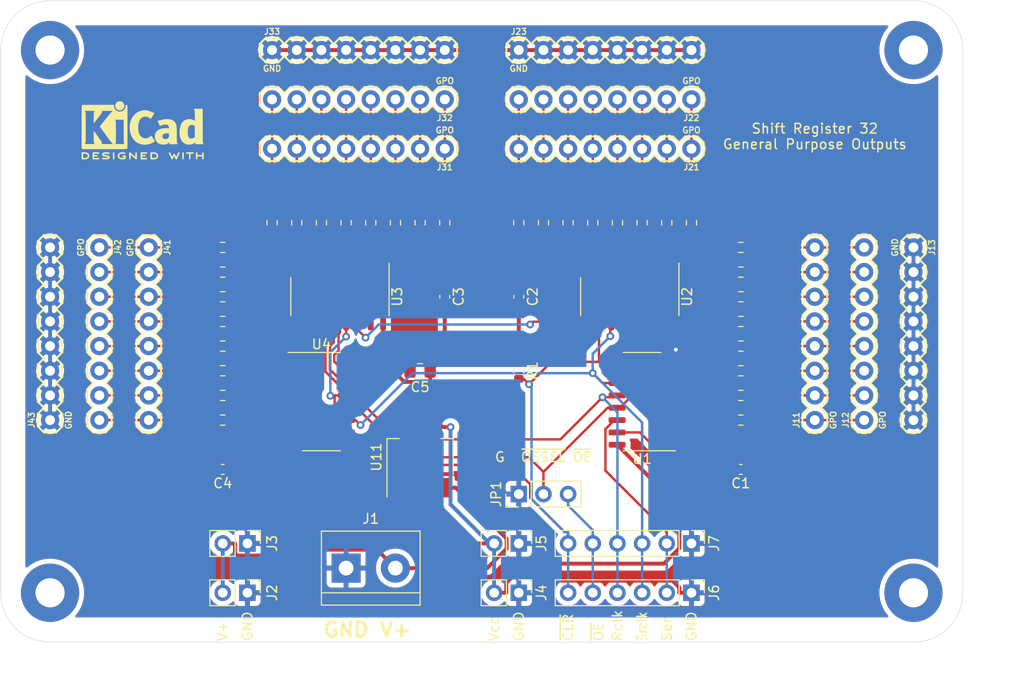
<source format=kicad_pcb>
(kicad_pcb (version 20211014) (generator pcbnew)
  (layers (0 "F.Cu" signal) (31 "B.Cu" signal) (34 "B.Paste" user) (35 "F.Paste" user) (36 "B.SilkS" user "B.Silkscreen") (37 "F.SilkS" user "F.Silkscreen") (38 "B.Mask" user) (39 "F.Mask" user) (44 "Edge.Cuts" user))
  (net 0 "")
  (net 1 "GND")
  (net 2 "Net-(J11-Pad8)")
  (net 3 "Net-(J11-Pad7)")
  (net 4 "Net-(J11-Pad6)")
  (net 5 "Net-(J11-Pad5)")
  (net 6 "Net-(J11-Pad4)")
  (net 7 "Net-(J11-Pad3)")
  (net 8 "Net-(J11-Pad2)")
  (net 9 "Net-(J11-Pad1)")
  (net 10 "Net-(J21-Pad8)")
  (net 11 "Net-(J21-Pad7)")
  (net 12 "Net-(J21-Pad6)")
  (net 13 "Net-(J21-Pad5)")
  (net 14 "Net-(J21-Pad4)")
  (net 15 "Net-(J21-Pad3)")
  (net 16 "Net-(J21-Pad2)")
  (net 17 "Net-(J21-Pad1)")
  (net 18 "Net-(J31-Pad8)")
  (net 19 "Net-(J31-Pad7)")
  (net 20 "Net-(J31-Pad6)")
  (net 21 "Net-(J31-Pad5)")
  (net 22 "Net-(J31-Pad4)")
  (net 23 "Net-(J31-Pad3)")
  (net 24 "Net-(J31-Pad2)")
  (net 25 "Net-(J31-Pad1)")
  (net 26 "Net-(J41-Pad8)")
  (net 27 "Net-(J41-Pad7)")
  (net 28 "Net-(J41-Pad6)")
  (net 29 "Net-(J41-Pad5)")
  (net 30 "Net-(J41-Pad4)")
  (net 31 "Net-(J41-Pad3)")
  (net 32 "Net-(J41-Pad2)")
  (net 33 "Net-(J41-Pad1)")
  (net 34 "Net-(R11-Pad1)")
  (net 35 "Net-(R12-Pad1)")
  (net 36 "Net-(R13-Pad1)")
  (net 37 "Net-(R14-Pad1)")
  (net 38 "Net-(R15-Pad1)")
  (net 39 "Net-(R16-Pad1)")
  (net 40 "Net-(R17-Pad1)")
  (net 41 "Net-(R18-Pad1)")
  (net 42 "Net-(R21-Pad1)")
  (net 43 "Net-(R22-Pad1)")
  (net 44 "Net-(R23-Pad1)")
  (net 45 "Net-(R24-Pad1)")
  (net 46 "Net-(R25-Pad1)")
  (net 47 "Net-(R26-Pad1)")
  (net 48 "Net-(R27-Pad1)")
  (net 49 "Net-(R28-Pad1)")
  (net 50 "Net-(R31-Pad1)")
  (net 51 "Net-(R32-Pad1)")
  (net 52 "Net-(R33-Pad1)")
  (net 53 "Net-(R34-Pad1)")
  (net 54 "Net-(R35-Pad1)")
  (net 55 "Net-(R36-Pad1)")
  (net 56 "Net-(R37-Pad1)")
  (net 57 "Net-(R38-Pad1)")
  (net 58 "Net-(R41-Pad1)")
  (net 59 "Net-(R42-Pad1)")
  (net 60 "Net-(R43-Pad1)")
  (net 61 "Net-(R44-Pad1)")
  (net 62 "Net-(R45-Pad1)")
  (net 63 "Net-(R46-Pad1)")
  (net 64 "Net-(R47-Pad1)")
  (net 65 "Net-(R48-Pad1)")
  (net 66 "Net-(U1-Pad9)")
  (net 67 "Net-(U2-Pad9)")
  (net 68 "Net-(U3-Pad9)")
  (net 69 "/V+")
  (net 70 "Net-(J6-Pad5)")
  (net 71 "/~{SRCLR}")
  (net 72 "/RCLK")
  (net 73 "/SRCLK")
  (net 74 "/SERIN")
  (net 75 "/~{OE}")
  (net 76 "VCC")
  (footprint "Capacitor_SMD:C_0603_1608Metric" (layer "F.Cu") (at 127 71.12 -90)
    (fp_text reference "C2")
    (fp_text value "100n")
  )
  (footprint "Capacitor_SMD:C_0603_1608Metric" (layer "F.Cu") (at 119.38 71.12 -90)
    (fp_text reference "C3")
    (fp_text value "100n")
  )
  (footprint "Capacitor_SMD:C_0603_1608Metric" (layer "F.Cu") (at 96.52 88.9 180)
    (fp_text reference "C4")
    (fp_text value "100n")
  )
  (footprint "MountingHole:MountingHole_3mm_Pad" (layer "F.Cu") (at 78.74 45.72)
    (fp_text reference "H1" hide)
    (fp_text value "~")
  )
  (footprint "MountingHole:MountingHole_3mm_Pad" (layer "F.Cu") (at 167.64 45.72)
    (fp_text reference "H2" hide)
    (fp_text value "~")
  )
  (footprint "Connectors:1X08" (layer "F.Cu") (at 157.48 83.82 90)
    (fp_text reference "J11")
    (fp_text value "GPO")
  )
  (footprint "Connectors:1X08" (layer "F.Cu") (at 162.56 83.82 90)
    (fp_text reference "J12")
    (fp_text value "GPO")
  )
  (footprint "Connectors:1X08" (layer "F.Cu") (at 144.78 55.88 180)
    (fp_text reference "J21")
    (fp_text value "GPO")
  )
  (footprint "Connectors:1X08" (layer "F.Cu") (at 144.78 50.8 180)
    (fp_text reference "J22")
    (fp_text value "GPO")
  )
  (footprint "Connectors:1X08" (layer "F.Cu") (at 119.38 55.88 180)
    (fp_text reference "J31")
    (fp_text value "GPO")
  )
  (footprint "Connectors:1X08" (layer "F.Cu") (at 119.38 50.8 180)
    (fp_text reference "J32")
    (fp_text value "GPO")
  )
  (footprint "Connector_PinHeader_2.54mm:PinHeader_1x03_P2.54mm_Vertical" (layer "F.Cu") (at 127 91.44 90)
    (fp_text reference "JP1")
    (fp_text value "~OESEL")
  )
  (footprint "Resistor_SMD:R_0603_1608Metric" (layer "F.Cu") (at 119.38 63.5 90)
    (fp_text reference "R31" hide)
    (fp_text value "4.7k")
  )
  (footprint "Resistor_SMD:R_0603_1608Metric" (layer "F.Cu") (at 116.84 63.5 90)
    (fp_text reference "R32" hide)
    (fp_text value "4.7k")
  )
  (footprint "Resistor_SMD:R_0603_1608Metric" (layer "F.Cu") (at 114.3 63.5 90)
    (fp_text reference "R33" hide)
    (fp_text value "4.7k")
  )
  (footprint "Resistor_SMD:R_0603_1608Metric" (layer "F.Cu") (at 111.76 63.5 90)
    (fp_text reference "R34" hide)
    (fp_text value "4.7k")
  )
  (footprint "Resistor_SMD:R_0603_1608Metric" (layer "F.Cu") (at 109.22 63.5 90)
    (fp_text reference "R35" hide)
    (fp_text value "4.7k")
  )
  (footprint "Resistor_SMD:R_0603_1608Metric" (layer "F.Cu") (at 106.68 63.5 90)
    (fp_text reference "R36" hide)
    (fp_text value "4.7k")
  )
  (footprint "Resistor_SMD:R_0603_1608Metric" (layer "F.Cu") (at 104.14 63.5 90)
    (fp_text reference "R37" hide)
    (fp_text value "4.7k")
  )
  (footprint "Resistor_SMD:R_0603_1608Metric" (layer "F.Cu") (at 101.6 63.5 90)
    (fp_text reference "R38" hide)
    (fp_text value "4.7k")
  )
  (footprint "Resistor_SMD:R_0603_1608Metric" (layer "F.Cu") (at 96.52 66.04 180)
    (fp_text reference "R41" hide)
    (fp_text value "4.7k")
  )
  (footprint "Resistor_SMD:R_0603_1608Metric" (layer "F.Cu") (at 96.52 68.58 180)
    (fp_text reference "R42" hide)
    (fp_text value "4.7k")
  )
  (footprint "Resistor_SMD:R_0603_1608Metric" (layer "F.Cu") (at 96.52 71.12 180)
    (fp_text reference "R43" hide)
    (fp_text value "4.7k")
  )
  (footprint "Resistor_SMD:R_0603_1608Metric" (layer "F.Cu") (at 96.52 73.66 180)
    (fp_text reference "R44" hide)
    (fp_text value "4.7k")
  )
  (footprint "Resistor_SMD:R_0603_1608Metric" (layer "F.Cu") (at 96.52 76.2 180)
    (fp_text reference "R45" hide)
    (fp_text value "4.7k")
  )
  (footprint "Resistor_SMD:R_0603_1608Metric" (layer "F.Cu") (at 96.52 78.74 180)
    (fp_text reference "R46" hide)
    (fp_text value "4.7k")
  )
  (footprint "Resistor_SMD:R_0603_1608Metric" (layer "F.Cu") (at 96.52 81.28 180)
    (fp_text reference "R47" hide)
    (fp_text value "4.7k")
  )
  (footprint "Resistor_SMD:R_0603_1608Metric" (layer "F.Cu") (at 96.52 83.82 180)
    (fp_text reference "R48" hide)
    (fp_text value "4.7k")
  )
  (footprint "Resistor_SMD:R_0603_1608Metric" (layer "F.Cu") (at 149.86 66.04)
    (fp_text reference "R18" hide)
    (fp_text value "4.7k")
  )
  (footprint "Resistor_SMD:R_0603_1608Metric" (layer "F.Cu") (at 149.86 68.58)
    (fp_text reference "R17" hide)
    (fp_text value "4.7k")
  )
  (footprint "Resistor_SMD:R_0603_1608Metric" (layer "F.Cu") (at 149.86 81.28)
    (fp_text reference "R12" hide)
    (fp_text value "4.7k")
  )
  (footprint "Resistor_SMD:R_0603_1608Metric" (layer "F.Cu") (at 149.86 83.82)
    (fp_text reference "R11" hide)
    (fp_text value "4.7k")
  )
  (footprint "Resistor_SMD:R_0603_1608Metric" (layer "F.Cu") (at 149.86 76.2)
    (fp_text reference "R14" hide)
    (fp_text value "4.7k")
  )
  (footprint "Resistor_SMD:R_0603_1608Metric" (layer "F.Cu") (at 149.86 73.66)
    (fp_text reference "R15" hide)
    (fp_text value "4.7k")
  )
  (footprint "Resistor_SMD:R_0603_1608Metric" (layer "F.Cu") (at 149.86 71.12)
    (fp_text reference "R16" hide)
    (fp_text value "4.7k")
  )
  (footprint "Resistor_SMD:R_0603_1608Metric" (layer "F.Cu") (at 149.86 78.74)
    (fp_text reference "R13" hide)
    (fp_text value "4.7k")
  )
  (footprint "Resistor_SMD:R_0603_1608Metric" (layer "F.Cu") (at 134.62 63.5 90)
    (fp_text reference "R25" hide)
    (fp_text value "4.7k")
  )
  (footprint "Resistor_SMD:R_0603_1608Metric" (layer "F.Cu") (at 137.16 63.5 90)
    (fp_text reference "R24" hide)
    (fp_text value "4.7k")
  )
  (footprint "Resistor_SMD:R_0603_1608Metric" (layer "F.Cu") (at 144.78 63.5 90)
    (fp_text reference "R21" hide)
    (fp_text value "4.7k")
  )
  (footprint "Resistor_SMD:R_0603_1608Metric" (layer "F.Cu") (at 132.08 63.5 90)
    (fp_text reference "R26" hide)
    (fp_text value "4.7k")
  )
  (footprint "Resistor_SMD:R_0603_1608Metric" (layer "F.Cu") (at 142.24 63.5 90)
    (fp_text reference "R22" hide)
    (fp_text value "4.7k")
  )
  (footprint "Resistor_SMD:R_0603_1608Metric" (layer "F.Cu") (at 129.54 63.5 90)
    (fp_text reference "R27" hide)
    (fp_text value "4.7k")
  )
  (footprint "Resistor_SMD:R_0603_1608Metric" (layer "F.Cu") (at 139.7 63.5 90)
    (fp_text reference "R23" hide)
    (fp_text value "4.7k")
  )
  (footprint "Resistor_SMD:R_0603_1608Metric" (layer "F.Cu") (at 127 63.5 90)
    (fp_text reference "R28" hide)
    (fp_text value "4.7k")
  )
  (footprint "Capacitor_SMD:C_0603_1608Metric" (layer "F.Cu") (at 149.86 88.9 180)
    (fp_text reference "C1")
    (fp_text value "100n")
  )
  (footprint "Connectors:1X08" (layer "F.Cu") (at 88.9 66.04 -90)
    (fp_text reference "J41")
    (fp_text value "GPO")
  )
  (footprint "Connectors:1X08" (layer "F.Cu") (at 83.82 66.04 -90)
    (fp_text reference "J42")
    (fp_text value "GPO")
  )
  (footprint "Connectors:1X08" (layer "F.Cu") (at 127 45.72)
    (fp_text reference "J23")
    (fp_text value "GND")
  )
  (footprint "Connectors:1X08" (layer "F.Cu") (at 101.6 45.72)
    (fp_text reference "J33")
    (fp_text value "GND")
  )
  (footprint "Connectors:1X08" (layer "F.Cu") (at 78.74 83.82 90)
    (fp_text reference "J43")
    (fp_text value "GND")
  )
  (footprint "Connectors:1X08" (layer "F.Cu") (at 167.64 66.04 -90)
    (fp_text reference "J13")
    (fp_text value "GND")
  )
  (footprint "Capacitor_SMD:C_0805_2012Metric_Pad1.18x1.45mm_HandSolder" (layer "F.Cu") (at 116.84 78.74 180)
    (fp_text reference "C5")
    (fp_text value "10u")
  )
  (footprint "Connector_PinHeader_2.54mm:PinHeader_1x02_P2.54mm_Vertical" (layer "F.Cu") (at 127 96.52 -90)
    (fp_text reference "J5")
    (fp_text value "Power")
  )
  (footprint "Connector_PinHeader_2.54mm:PinHeader_1x06_P2.54mm_Vertical" (layer "F.Cu") (at 144.78 101.6 -90)
    (fp_text reference "J6")
    (fp_text value "Data")
  )
  (footprint "MountingHole:MountingHole_3mm_Pad" (layer "F.Cu") (at 78.74 101.6)
    (fp_text reference "H3" hide)
    (fp_text value "~")
  )
  (footprint "MountingHole:MountingHole_3mm_Pad" (layer "F.Cu") (at 167.64 101.6)
    (fp_text reference "H4" hide)
    (fp_text value "~")
  )
  (footprint "Connector_PinHeader_2.54mm:PinHeader_1x06_P2.54mm_Vertical" (layer "F.Cu") (at 144.78 96.52 -90)
    (fp_text reference "J7")
    (fp_text value "Data")
  )
  (footprint "Connector_PinHeader_2.54mm:PinHeader_1x02_P2.54mm_Vertical" (layer "F.Cu") (at 99.06 101.6 -90)
    (fp_text reference "J2")
    (fp_text value "Power")
  )
  (footprint "TerminalBlock:TerminalBlock_bornier-2_P5.08mm" (layer "F.Cu") (at 109.22 99.06)
    (fp_text reference "J1")
    (fp_text value "Power")
  )
  (footprint "Package_TO_SOT_SMD:SOT-223-3_TabPin2" (layer "F.Cu") (at 116.84 87.63 90)
    (fp_text reference "U11")
    (fp_text value "LD1117")
  )
  (footprint "Connector_PinHeader_2.54mm:PinHeader_1x02_P2.54mm_Vertical" (layer "F.Cu") (at 99.06 96.52 -90)
    (fp_text reference "J3")
    (fp_text value "Power")
  )
  (footprint "Symbol:KiCad-Logo2_5mm_SilkScreen" (layer "F.Cu") (at 88.265 53.975)
    (fp_text reference "REF**" hide)
    (fp_text value "KiCad-Logo2_5mm_SilkScreen" hide)
  )
  (footprint "Connector_PinHeader_2.54mm:PinHeader_1x02_P2.54mm_Vertical" (layer "F.Cu") (at 127 101.6 -90)
    (fp_text reference "J4")
    (fp_text value "Power")
  )
  (footprint "Resistor_SMD:R_0603_1608Metric" (layer "F.Cu") (at 127 78.74 -90)
    (fp_text reference "R1")
    (fp_text value "4.7k")
  )
  (footprint "Package_SO:SO-16_3.9x9.9mm_P1.27mm" (layer "F.Cu") (at 138.43 71.12 -90)
    (fp_text reference "U2")
    (fp_text value "74HC595")
  )
  (footprint "Package_SO:SO-16_3.9x9.9mm_P1.27mm" (layer "F.Cu") (at 139.7 81.915 180)
    (fp_text reference "U1")
    (fp_text value "74HC595")
  )
  (footprint "Package_SO:SO-16_3.9x9.9mm_P1.27mm" (layer "F.Cu") (at 108.585 71.12 -90)
    (fp_text reference "U3")
    (fp_text value "74HC595")
  )
  (footprint "Package_SO:SO-16_3.9x9.9mm_P1.27mm" (layer "F.Cu") (at 106.68 81.915)
    (fp_text reference "U4")
    (fp_text value "74HC595")
  )
  (gr_line (start 167.64 40.64) (end 78.74 40.64) (layer "Edge.Cuts") (width 0.05))
  (gr_arc (start 78.74 106.68) (mid 75.147898 105.192102) (end 73.66 101.6) (layer "Edge.Cuts") (width 0.05))
  (gr_line (start 78.74 106.68) (end 167.64 106.68) (layer "Edge.Cuts") (width 0.05))
  (gr_line (start 172.72 101.6) (end 172.72 45.72) (layer "Edge.Cuts") (width 0.05))
  (gr_arc (start 73.66 45.72) (mid 75.147898 42.127898) (end 78.74 40.64) (layer "Edge.Cuts") (width 0.05))
  (gr_arc (start 172.72 101.6) (mid 171.232102 105.192102) (end 167.64 106.68) (layer "Edge.Cuts") (width 0.05))
  (gr_line (start 73.66 45.72) (end 73.66 101.6) (layer "Edge.Cuts") (width 0.05))
  (gr_arc (start 167.64 40.64) (mid 171.232102 42.127898) (end 172.72 45.72) (layer "Edge.Cuts") (width 0.05))
  (gr_text "GND" (at 109.22 105.41) (layer "F.SilkS") (effects (font (size 1.5 1.5) (thickness 0.3))))
  (gr_text "GND" (at 127 106.68 90) (layer "F.SilkS") (effects (font (size 1 1)) (justify left)))
  (gr_text "GND" (at 144.78 106.68 90) (layer "F.SilkS") (effects (font (size 1 1)) (justify left)))
  (gr_text "V+" (at 114.3 105.41) (layer "F.SilkS") (effects (font (size 1.5 1.5) (thickness 0.3))))
  (gr_text "G" (at 124.46 87.63) (layer "F.SilkS") (effects (font (size 1 1)) (justify left)))
  (gr_text "GND" (at 99.06 106.68 90) (layer "F.SilkS") (effects (font (size 1 1)) (justify left)))
  (gr_text "~{CLR}" (at 132.08 106.68 90) (layer "F.SilkS") (effects (font (size 1 1)) (justify left)))
  (gr_text "Vcc" (at 124.46 106.68 90) (layer "F.SilkS") (effects (font (size 1 1)) (justify left)))
  (gr_text "Rclk" (at 137.16 106.68 90) (layer "F.SilkS") (effects (font (size 1 1)) (justify left)))
  (gr_text "~{OE}" (at 135.255 106.68 90) (layer "F.SilkS") (effects (font (size 1 1)) (justify left)))
  (gr_text "Ser" (at 142.24 106.68 90) (layer "F.SilkS") (effects (font (size 1 1)) (justify left)))
  (gr_text "Srclk" (at 139.7 106.68 90) (layer "F.SilkS") (effects (font (size 1 0.8)) (justify left)))
  (gr_text "~{OE}" (at 134.62 87.63) (layer "F.SilkS") (effects (font (size 1 1)) (justify right)))
  (gr_text "Shift Register 32\nGeneral Purpose Outputs" (at 157.48 54.61) (layer "F.SilkS") (effects (font (size 1 1))))
  (gr_text "~{OESEL}" (at 129.54 87.63) (layer "F.SilkS") (effects (font (size 1 1))))
  (gr_text "V+" (at 96.52 106.68 90) (layer "F.SilkS") (effects (font (size 1 1)) (justify left)))
  (segment (start 143.1719 76.5678) (end 142.275 77.4647) (width 0.4) (layer "F.Cu") (net 1))
  (segment (start 142.24 45.72) (end 139.7 45.72) (width 0.4) (layer "F.Cu") (net 1))
  (segment (start 119.38 45.72) (end 116.84 45.72) (width 0.4) (layer "F.Cu") (net 1))
  (segment (start 94.8774 88.0169) (end 94.8774 91.0871) (width 0.4) (layer "F.Cu") (net 1))
  (segment (start 142.275 77.4647) (end 142.275 77.47) (width 0.4) (layer "F.Cu") (net 1))
  (segment (start 129.5006 100.3497) (end 142.8264 100.3497) (width 0.4) (layer "F.Cu") (net 1))
  (segment (start 144.78 96.52) (end 144.78 95.2697) (width 0.4) (layer "F.Cu") (net 1))
  (segment (start 129.54 45.72) (end 127 45.72) (width 0.4) (layer "F.Cu") (net 1))
  (segment (start 116.84 45.72) (end 114.3 45.72) (width 0.4) (layer "F.Cu") (net 1))
  (segment (start 127 91.44) (end 125.7497 91.44) (width 0.4) (layer "F.Cu") (net 1))
  (segment (start 139.7 45.72) (end 137.16 45.72) (width 0.4) (layer "F.Cu") (net 1))
  (segment (start 114.54 90.78) (end 113.3897 90.78) (width 0.4) (layer "F.Cu") (net 1))
  (segment (start 123.6894 89.3797) (end 114.54 89.3797) (width 0.4) (layer "F.Cu") (net 1))
  (segment (start 119.38 70.345) (end 123.19 70.345) (width 0.4) (layer "F.Cu") (net 1))
  (segment (start 127 45.72) (end 123.19 45.72) (width 0.4) (layer "F.Cu") (net 1))
  (segment (start 106.68 45.72) (end 104.14 45.72) (width 0.4) (layer "F.Cu") (net 1))
  (segment (start 123.19 45.72) (end 123.19 70.345) (width 0.4) (layer "F.Cu") (net 1))
  (segment (start 111.76 45.72) (end 109.22 45.72) (width 0.4) (layer "F.Cu") (net 1))
  (segment (start 144.78 95.2697) (end 150.635 89.4147) (width 0.4) (layer "F.Cu") (net 1))
  (segment (start 143.5297 101.053) (end 143.5297 101.6) (width 0.4) (layer "F.Cu") (net 1))
  (segment (start 150.635 89.4147) (end 150.635 88.9) (width 0.4) (layer "F.Cu") (net 1))
  (segment (start 104.105 87.3888) (end 104.105 86.36) (width 0.4) (layer "F.Cu") (net 1))
  (segment (start 97.295 88.0169) (end 103.4769 88.0169) (width 0.4) (layer "F.Cu") (net 1))
  (segment (start 123.19 70.345) (end 127 70.345) (width 0.4) (layer "F.Cu") (net 1))
  (segment (start 144.78 101.6) (end 143.5297 101.6) (width 0.4) (layer "F.Cu") (net 1))
  (segment (start 142.8264 100.3497) (end 143.5297 101.053) (width 0.4) (layer "F.Cu") (net 1))
  (segment (start 114.54 90.78) (end 114.54 89.3797) (width 0.4) (layer "F.Cu") (net 1))
  (segment (start 134.62 45.72) (end 132.08 45.72) (width 0.4) (layer "F.Cu") (net 1))
  (segment (start 94.8774 91.0871) (end 99.06 95.2697) (width 0.4) (layer "F.Cu") (net 1))
  (segment (start 78.74 66.04) (end 80.1367 64.6433) (width 0.4) (layer "F.Cu") (net 1))
  (segment (start 100.2383 64.6433) (end 104.14 68.545) (width 0.4) (layer "F.Cu") (net 1))
  (segment (start 128.2503 101.6) (end 129.5006 100.3497) (width 0.4) (layer "F.Cu") (net 1))
  (segment (start 104.105 87.3888) (end 109.9985 87.3888) (width 0.4) (layer "F.Cu") (net 1))
  (segment (start 162.56 88.9) (end 167.64 83.82) (width 0.4) (layer "F.Cu") (net 1))
  (segment (start 132.08 45.72) (end 129.54 45.72) (width 0.4) (layer "F.Cu") (net 1))
  (segment (start 94.8774 88.0169) (end 97.295 88.0169) (width 0.4) (layer "F.Cu") (net 1))
  (segment (start 82.9369 88.0169) (end 94.8774 88.0169) (width 0.4) (layer "F.Cu") (net 1))
  (segment (start 150.635 88.9) (end 162.56 88.9) (width 0.4) (layer "F.Cu") (net 1))
  (segment (start 103.4769 88.0169) (end 104.105 87.3888) (width 0.4) (layer "F.Cu") (net 1))
  (segment (start 104.14 45.72) (end 101.6 45.72) (width 0.4) (layer "F.Cu") (net 1))
  (segment (start 80.1367 64.6433) (end 100.2383 64.6433) (width 0.4) (layer "F.Cu") (net 1))
  (segment (start 109.9985 87.3888) (end 113.3897 90.78) (width 0.4) (layer "F.Cu") (net 1))
  (segment (start 114.3 45.72) (end 111.76 45.72) (width 0.4) (layer "F.Cu") (net 1))
  (segment (start 100.2383 47.0817) (end 100.2383 64.6433) (width 0.4) (layer "F.Cu") (net 1))
  (segment (start 101.6 45.72) (end 100.2383 47.0817) (width 0.4) (layer "F.Cu") (net 1))
  (segment (start 115.8025 78.74) (end 115.8025 73.9225) (width 0.4) (layer "F.Cu") (net 1))
  (segment (start 123.19 45.72) (end 119.38 45.72) (width 0.4) (layer "F.Cu") (net 1))
  (segment (start 144.78 45.72) (end 142.24 45.72) (width 0.4) (layer "F.Cu") (net 1))
  (segment (start 127 70.345) (end 128.8 68.545) (width 0.4) (layer "F.Cu") (net 1))
  (segment (start 115.8025 73.9225) (end 119.38 70.345) (width 0.4) (layer "F.Cu") (net 1))
  (segment (start 78.74 83.82) (end 82.9369 88.0169) (width 0.4) (layer "F.Cu") (net 1))
  (segment (start 109.22 45.72) (end 106.68 45.72) (width 0.4) (layer "F.Cu") (net 1))
  (segment (start 99.06 96.52) (end 99.06 95.2697) (width 0.4) (layer "F.Cu") (net 1))
  (segment (start 137.16 45.72) (end 134.62 45.72) (width 0.4) (layer "F.Cu") (net 1))
  (segment (start 128.8 68.545) (end 133.985 68.545) (width 0.4) (layer "F.Cu") (net 1))
  (segment (start 97.295 88.0169) (end 97.295 88.9) (width 0.4) (layer "F.Cu") (net 1))
  (segment (start 125.7497 91.44) (end 123.6894 89.3797) (width 0.4) (layer "F.Cu") (net 1))
  (segment (start 127 101.6) (end 128.2503 101.6) (width 0.4) (layer "F.Cu") (net 1))
  (via (at 143.1719 76.5678) (size 0.8) (drill 0.4) (layers "F.Cu" "B.Cu") (net 1))
  (segment (start 78.74 68.58) (end 78.74 71.12) (width 0.4) (layer "B.Cu") (net 1))
  (segment (start 78.74 81.28) (end 78.74 83.82) (width 0.4) (layer "B.Cu") (net 1))
  (segment (start 167.64 76.2) (end 167.64 73.66) (width 0.4) (layer "B.Cu") (net 1))
  (segment (start 167.64 81.28) (end 167.64 78.74) (width 0.4) (layer "B.Cu") (net 1))
  (segment (start 99.06 99.06) (end 99.06 101.6) (width 0.4) (layer "B.Cu") (net 1))
  (segment (start 167.64 73.66) (end 167.64 71.12) (width 0.4) (layer "B.Cu") (net 1))
  (segment (start 144.78 96.52) (end 144.78 78.1759) (width 0.4) (layer "B.Cu") (net 1))
  (segment (start 78.74 76.2) (end 78.74 78.74) (width 0.4) (layer "B.Cu") (net 1))
  (segment (start 78.74 73.66) (end 78.74 76.2) (width 0.4) (layer "B.Cu") (net 1))
  (segment (start 127 96.52) (end 127 101.6) (width 0.4) (layer "B.Cu") (net 1))
  (segment (start 99.06 99.06) (end 109.22 99.06) (width 0.4) (layer "B.Cu") (net 1))
  (segment (start 167.64 68.58) (end 167.64 66.04) (width 0.4) (layer "B.Cu") (net 1))
  (segment (start 167.64 78.74) (end 167.64 76.2) (width 0.4) (layer "B.Cu") (net 1))
  (segment (start 78.74 71.12) (end 78.74 73.66) (width 0.4) (layer "B.Cu") (net 1))
  (segment (start 144.78 96.52) (end 144.78 101.6) (width 0.4) (layer "B.Cu") (net 1))
  (segment (start 144.78 78.1759) (end 143.1719 76.5678) (width 0.4) (layer "B.Cu") (net 1))
  (segment (start 127 91.44) (end 127 96.52) (width 0.4) (layer "B.Cu") (net 1))
  (segment (start 99.06 96.52) (end 99.06 99.06) (width 0.4) (layer "B.Cu") (net 1))
  (segment (start 78.74 78.74) (end 78.74 81.28) (width 0.4) (layer "B.Cu") (net 1))
  (segment (start 167.64 83.82) (end 167.64 81.28) (width 0.4) (layer "B.Cu") (net 1))
  (segment (start 78.74 66.04) (end 78.74 68.58) (width 0.4) (layer "B.Cu") (net 1))
  (segment (start 167.64 71.12) (end 167.64 68.58) (width 0.4) (layer "B.Cu") (net 1))
  (segment (start 157.48 66.04) (end 162.56 66.04) (width 0.25) (layer "F.Cu") (net 2))
  (segment (start 150.685 66.04) (end 157.48 66.04) (width 0.25) (layer "F.Cu") (net 2))
  (segment (start 157.48 68.58) (end 162.56 68.58) (width 0.25) (layer "F.Cu") (net 3))
  (segment (start 150.685 68.58) (end 157.48 68.58) (width 0.25) (layer "F.Cu") (net 3))
  (segment (start 150.685 71.12) (end 157.48 71.12) (width 0.25) (layer "F.Cu") (net 4))
  (segment (start 157.48 71.12) (end 162.56 71.12) (width 0.25) (layer "F.Cu") (net 4))
  (segment (start 150.685 73.66) (end 157.48 73.66) (width 0.25) (layer "F.Cu") (net 5))
  (segment (start 157.48 73.66) (end 162.56 73.66) (width 0.25) (layer "F.Cu") (net 5))
  (segment (start 150.685 76.2) (end 157.48 76.2) (width 0.25) (layer "F.Cu") (net 6))
  (segment (start 157.48 76.2) (end 162.56 76.2) (width 0.25) (layer "F.Cu") (net 6))
  (segment (start 157.48 78.74) (end 162.56 78.74) (width 0.25) (layer "F.Cu") (net 7))
  (segment (start 150.685 78.74) (end 157.48 78.74) (width 0.25) (layer "F.Cu") (net 7))
  (segment (start 157.48 81.28) (end 162.56 81.28) (width 0.25) (layer "F.Cu") (net 8))
  (segment (start 150.685 81.28) (end 157.48 81.28) (width 0.25) (layer "F.Cu") (net 8))
  (segment (start 150.685 83.82) (end 157.48 83.82) (width 0.25) (layer "F.Cu") (net 9))
  (segment (start 157.48 83.82) (end 162.56 83.82) (width 0.25) (layer "F.Cu") (net 9))
  (segment (start 127 50.8) (end 127 55.88) (width 0.25) (layer "F.Cu") (net 10))
  (segment (start 127 55.88) (end 127 62.675) (width 0.25) (layer "F.Cu") (net 10))
  (segment (start 129.54 55.88) (end 129.54 62.675) (width 0.25) (layer "F.Cu") (net 11))
  (segment (start 129.54 50.8) (end 129.54 55.88) (width 0.25) (layer "F.Cu") (net 11))
  (segment (start 132.08 55.88) (end 132.08 62.675) (width 0.25) (layer "F.Cu") (net 12))
  (segment (start 132.08 50.8) (end 132.08 55.88) (width 0.25) (layer "F.Cu") (net 12))
  (segment (start 134.62 50.8) (end 134.62 55.88) (width 0.25) (layer "F.Cu") (net 13))
  (segment (start 134.62 55.88) (end 134.62 62.675) (width 0.25) (layer "F.Cu") (net 13))
  (segment (start 137.16 50.8) (end 137.16 55.88) (width 0.25) (layer "F.Cu") (net 14))
  (segment (start 137.16 55.88) (end 137.16 62.675) (width 0.25) (layer "F.Cu") (net 14))
  (segment (start 139.7 50.8) (end 139.7 55.88) (width 0.25) (layer "F.Cu") (net 15))
  (segment (start 139.7 55.88) (end 139.7 62.675) (width 0.25) (layer "F.Cu") (net 15))
  (segment (start 142.24 55.88) (end 142.24 62.675) (width 0.25) (layer "F.Cu") (net 16))
  (segment (start 142.24 50.8) (end 142.24 55.88) (width 0.25) (layer "F.Cu") (net 16))
  (segment (start 144.78 55.88) (end 144.78 62.675) (width 0.25) (layer "F.Cu") (net 17))
  (segment (start 144.78 50.8) (end 144.78 55.88) (width 0.25) (layer "F.Cu") (net 17))
  (segment (start 101.6 50.8) (end 101.6 55.88) (width 0.25) (layer "F.Cu") (net 18))
  (segment (start 101.6 55.88) (end 101.6 62.675) (width 0.25) (layer "F.Cu") (net 18))
  (segment (start 104.14 50.8) (end 104.14 55.88) (width 0.25) (layer "F.Cu") (net 19))
  (segment (start 104.14 55.88) (end 104.14 62.675) (width 0.25) (layer "F.Cu") (net 19))
  (segment (start 106.68 50.8) (end 106.68 55.88) (width 0.25) (layer "F.Cu") (net 20))
  (segment (start 106.68 55.88) (end 106.68 62.675) (width 0.25) (layer "F.Cu") (net 20))
  (segment (start 109.22 55.88) (end 109.22 62.675) (width 0.25) (layer "F.Cu") (net 21))
  (segment (start 109.22 50.8) (end 109.22 55.88) (width 0.25) (layer "F.Cu") (net 21))
  (segment (start 111.76 55.88) (end 111.76 62.675) (width 0.25) (layer "F.Cu") (net 22))
  (segment (start 111.76 50.8) (end 111.76 55.88) (width 0.25) (layer "F.Cu") (net 22))
  (segment (start 114.3 55.88) (end 114.3 62.675) (width 0.25) (layer "F.Cu") (net 23))
  (segment (start 114.3 50.8) (end 114.3 55.88) (width 0.25) (layer "F.Cu") (net 23))
  (segment (start 116.84 50.8) (end 116.84 55.88) (width 0.25) (layer "F.Cu") (net 24))
  (segment (start 116.84 55.88) (end 116.84 62.675) (width 0.25) (layer "F.Cu") (net 24))
  (segment (start 119.38 55.88) (end 119.38 62.675) (width 0.25) (layer "F.Cu") (net 25))
  (segment (start 119.38 50.8) (end 119.38 55.88) (width 0.25) (layer "F.Cu") (net 25))
  (segment (start 88.9 83.82) (end 95.695 83.82) (width 0.25) (layer "F.Cu") (net 26))
  (segment (start 83.82 83.82) (end 88.9 83.82) (width 0.25) (layer "F.Cu") (net 26))
  (segment (start 83.82 81.28) (end 88.9 81.28) (width 0.25) (layer "F.Cu") (net 27))
  (segment (start 88.9 81.28) (end 95.695 81.28) (width 0.25) (layer "F.Cu") (net 27))
  (segment (start 83.82 78.74) (end 88.9 78.74) (width 0.25) (layer "F.Cu") (net 28))
  (segment (start 88.9 78.74) (end 95.695 78.74) (width 0.25) (layer "F.Cu") (net 28))
  (segment (start 83.82 76.2) (end 88.9 76.2) (width 0.25) (layer "F.Cu") (net 29))
  (segment (start 88.9 76.2) (end 95.695 76.2) (width 0.25) (layer "F.Cu") (net 29))
  (segment (start 83.82 73.66) (end 88.9 73.66) (width 0.25) (layer "F.Cu") (net 30))
  (segment (start 88.9 73.66) (end 95.695 73.66) (width 0.25) (layer "F.Cu") (net 30))
  (segment (start 88.9 71.12) (end 95.695 71.12) (width 0.25) (layer "F.Cu") (net 31))
  (segment (start 83.82 71.12) (end 88.9 71.12) (width 0.25) (layer "F.Cu") (net 31))
  (segment (start 88.9 68.58) (end 95.695 68.58) (width 0.25) (layer "F.Cu") (net 32))
  (segment (start 83.82 68.58) (end 88.9 68.58) (width 0.25) (layer "F.Cu") (net 32))
  (segment (start 83.82 66.04) (end 88.9 66.04) (width 0.25) (layer "F.Cu") (net 33))
  (segment (start 88.9 66.04) (end 95.695 66.04) (width 0.25) (layer "F.Cu") (net 33))
  (segment (start 149.035 83.82) (end 145.8515 87.0035) (width 0.25) (layer "F.Cu") (net 34))
  (segment (start 137.125 85.09) (end 139.458928 85.09) (width 0.25) (layer "F.Cu") (net 34))
  (segment (start 139.458928 85.09) (end 141.372428 87.0035) (width 0.25) (layer "F.Cu") (net 34))
  (segment (start 141.3469 87.0035) (end 145.8515 87.0035) (width 0.25) (layer "F.Cu") (net 34))
  (segment (start 143.955 86.36) (end 142.275 86.36) (width 0.25) (layer "F.Cu") (net 35))
  (segment (start 149.035 81.28) (end 143.955 86.36) (width 0.25) (layer "F.Cu") (net 35))
  (segment (start 142.685 85.09) (end 142.275 85.09) (width 0.25) (layer "F.Cu") (net 36))
  (segment (start 149.035 78.74) (end 142.685 85.09) (width 0.25) (layer "F.Cu") (net 36))
  (segment (start 149.035 77.3382) (end 142.5532 83.82) (width 0.25) (layer "F.Cu") (net 37))
  (segment (start 149.035 76.2) (end 149.035 77.3382) (width 0.25) (layer "F.Cu") (net 37))
  (segment (start 142.5532 83.82) (end 142.275 83.82) (width 0.25) (layer "F.Cu") (net 37))
  (segment (start 146.0517 79.0585) (end 142.5602 82.55) (width 0.25) (layer "F.Cu") (net 38))
  (segment (start 149.035 73.66) (end 146.0517 76.6433) (width 0.25) (layer "F.Cu") (net 38))
  (segment (start 142.5602 82.55) (end 142.275 82.55) (width 0.25) (layer "F.Cu") (net 38))
  (segment (start 146.0517 76.6433) (end 146.0517 79.0585) (width 0.25) (layer "F.Cu") (net 38))
  (segment (start 142.5783 81.28) (end 145.2152 78.6431) (width 0.25) (layer "F.Cu") (net 39))
  (segment (start 142.275 81.28) (end 142.5783 81.28) (width 0.25) (layer "F.Cu") (net 39))
  (segment (start 145.2152 74.9398) (end 149.035 71.12) (width 0.25) (layer "F.Cu") (net 39))
  (segment (start 145.2152 78.6431) (end 145.2152 74.9398) (width 0.25) (layer "F.Cu") (net 39))
  (segment (start 142.275 80.01) (end 142.5872 80.01) (width 0.25) (layer "F.Cu") (net 40))
  (segment (start 144.7649 77.8323) (end 144.7649 72.8501) (width 0.25) (layer "F.Cu") (net 40))
  (segment (start 144.7649 72.8501) (end 149.035 68.58) (width 0.25) (layer "F.Cu") (net 40))
  (segment (start 142.5872 80.01) (end 144.7649 77.8323) (width 0.25) (layer "F.Cu") (net 40))
  (segment (start 144.3145 70.7605) (end 149.035 66.04) (width 0.25) (layer "F.Cu") (net 41))
  (segment (start 142.5723 78.74) (end 144.3145 76.9978) (width 0.25) (layer "F.Cu") (net 41))
  (segment (start 144.3145 76.9978) (end 144.3145 70.7605) (width 0.25) (layer "F.Cu") (net 41))
  (segment (start 142.275 78.74) (end 142.5723 78.74) (width 0.25) (layer "F.Cu") (net 41))
  (segment (start 142.24 66.865) (end 142.24 71.4583) (width 0.25) (layer "F.Cu") (net 42))
  (segment (start 141.605 73.9986) (end 141.605 73.695) (width 0.25) (layer "F.Cu") (net 42))
  (segment (start 142.24 71.4583) (end 143.5134 72.7317) (width 0.25) (layer "F.Cu") (net 42))
  (segment (start 143.5134 72.7317) (end 143.5134 74.6915) (width 0.25) (layer "F.Cu") (net 42))
  (segment (start 144.78 64.325) (end 142.24 66.865) (width 0.25) (layer "F.Cu") (net 42))
  (segment (start 143.5134 74.6915) (end 143.2959 74.909) (width 0.25) (layer "F.Cu") (net 42))
  (segment (start 143.2959 74.909) (end 142.5154 74.909) (width 0.25) (layer "F.Cu") (net 42))
  (segment (start 142.5154 74.909) (end 141.605 73.9986) (width 0.25) (layer "F.Cu") (net 42))
  (segment (start 145.6048 65.8152) (end 145.6048 63.874) (width 0.25) (layer "F.Cu") (net 43))
  (segment (start 145.3243 63.5935) (end 142.9715 63.5935) (width 0.25) (layer "F.Cu") (net 43))
  (segment (start 142.875 68.545) (end 145.6048 65.8152) (width 0.25) (layer "F.Cu") (net 43))
  (segment (start 142.9715 63.5935) (end 142.24 64.325) (width 0.25) (layer "F.Cu") (net 43))
  (segment (start 145.6048 63.874) (end 145.3243 63.5935) (width 0.25) (layer "F.Cu") (net 43))
  (segment (start 141.605 66.23) (end 141.605 68.545) (width 0.25) (layer "F.Cu") (net 44))
  (segment (start 139.7 64.325) (end 141.605 66.23) (width 0.25) (layer "F.Cu") (net 44))
  (segment (start 137.16 64.325) (end 140.335 67.5) (width 0.25) (layer "F.Cu") (net 45))
  (segment (start 140.335 67.5) (end 140.335 68.545) (width 0.25) (layer "F.Cu") (net 45))
  (segment (start 139.065 68.244) (end 139.065 68.545) (width 0.25) (layer "F.Cu") (net 46))
  (segment (start 134.62 64.325) (end 135.146 64.325) (width 0.25) (layer "F.Cu") (net 46))
  (segment (start 135.146 64.325) (end 139.065 68.244) (width 0.25) (layer "F.Cu") (net 46))
  (segment (start 136.4707 66.915) (end 137.795 68.2393) (width 0.25) (layer "F.Cu") (net 47))
  (segment (start 137.795 68.2393) (end 137.795 68.545) (width 0.25) (layer "F.Cu") (net 47))
  (segment (start 132.08 64.325) (end 133.4009 64.325) (width 0.25) (layer "F.Cu") (net 47))
  (segment (start 133.4009 64.325) (end 135.9909 66.915) (width 0.25) (layer "F.Cu") (net 47))
  (segment (start 135.9909 66.915) (end 136.4707 66.915) (width 0.25) (layer "F.Cu") (net 47))
  (segment (start 136.525 68.2091) (end 136.525 68.545) (width 0.25) (layer "F.Cu") (net 48))
  (segment (start 129.54 64.325) (end 131.3245 66.1095) (width 0.25) (layer "F.Cu") (net 48))
  (segment (start 134.4254 66.1095) (end 136.525 68.2091) (width 0.25) (layer "F.Cu") (net 48))
  (segment (start 131.3245 66.1095) (end 134.4254 66.1095) (width 0.25) (layer "F.Cu") (net 48))
  (segment (start 127 64.325) (end 129.59 66.915) (width 0.25) (layer "F.Cu") (net 49))
  (segment (start 129.59 66.915) (end 133.9307 66.915) (width 0.25) (layer "F.Cu") (net 49))
  (segment (start 135.255 68.2393) (end 135.255 68.545) (width 0.25) (layer "F.Cu") (net 49))
  (segment (start 133.9307 66.915) (end 135.255 68.2393) (width 0.25) (layer "F.Cu") (net 49))
  (segment (start 111.76 71.945) (end 119.38 64.325) (width 0.25) (layer "F.Cu") (net 50))
  (segment (start 111.76 73.695) (end 111.76 71.945) (width 0.25) (layer "F.Cu") (net 50))
  (segment (start 113.03 68.545) (end 116.84 64.735) (width 0.25) (layer "F.Cu") (net 51))
  (segment (start 116.84 64.735) (end 116.84 64.325) (width 0.25) (layer "F.Cu") (net 51))
  (segment (start 111.76 66.865) (end 114.3 64.325) (width 0.25) (layer "F.Cu") (net 52))
  (segment (start 111.76 68.545) (end 111.76 66.865) (width 0.25) (layer "F.Cu") (net 52))
  (segment (start 110.49 68.545) (end 110.49 65.595) (width 0.25) (layer "F.Cu") (net 53))
  (segment (start 110.49 65.595) (end 111.76 64.325) (width 0.25) (layer "F.Cu") (net 53))
  (segment (start 109.22 68.545) (end 109.22 64.325) (width 0.25) (layer "F.Cu") (net 54))
  (segment (start 107.95 65.595) (end 106.68 64.325) (width 0.25) (layer "F.Cu") (net 55))
  (segment (start 107.95 68.545) (end 107.95 65.595) (width 0.25) (layer "F.Cu") (net 55))
  (segment (start 106.68 68.545) (end 106.68 66.865) (width 0.25) (layer "F.Cu") (net 56))
  (segment (start 106.68 66.865) (end 104.14 64.325) (width 0.25) (layer "F.Cu") (net 56))
  (segment (start 105.41 68.135) (end 101.6 64.325) (width 0.25) (layer "F.Cu") (net 57))
  (segment (start 105.41 68.545) (end 105.41 68.135) (width 0.25) (layer "F.Cu") (net 57))
  (segment (start 108.0064 77.8021) (end 108.0064 77.0917) (width 0.25) (layer "F.Cu") (net 58))
  (segment (start 108.585 72.7746) (end 106.9304 71.12) (width 0.25) (layer "F.Cu") (net 58))
  (segment (start 108.443 76.6551) (end 108.443 74.9737) (width 0.25) (layer "F.Cu") (net 58))
  (segment (start 108.9443 78.74) (end 108.0064 77.8021) (width 0.25) (layer "F.Cu") (net 58))
  (segment (start 108.585 74.8317) (end 108.585 72.7746) (width 0.25) (layer "F.Cu") (net 58))
  (segment (start 106.9304 71.12) (end 102.425 71.12) (width 0.25) (layer "F.Cu") (net 58))
  (segment (start 108.0064 77.0917) (end 108.443 76.6551) (width 0.25) (layer "F.Cu") (net 58))
  (segment (start 102.425 71.12) (end 97.345 66.04) (width 0.25) (layer "F.Cu") (net 58))
  (segment (start 109.255 78.74) (end 108.9443 78.74) (width 0.25) (layer "F.Cu") (net 58))
  (segment (start 108.443 74.9737) (end 108.585 74.8317) (width 0.25) (layer "F.Cu") (net 58))
  (segment (start 104.105 77.47) (end 104.105 75.34) (width 0.25) (layer "F.Cu") (net 59))
  (segment (start 104.105 75.34) (end 97.345 68.58) (width 0.25) (layer "F.Cu") (net 59))
  (segment (start 104.105 78.74) (end 103.7728 78.74) (width 0.25) (layer "F.Cu") (net 60))
  (segment (start 103.7728 78.74) (end 97.345 72.3122) (width 0.25) (layer "F.Cu") (net 60))
  (segment (start 97.345 72.3122) (end 97.345 71.12) (width 0.25) (layer "F.Cu") (net 60))
  (segment (start 104.105 80.01) (end 103.695 80.01) (width 0.25) (layer "F.Cu") (net 61))
  (segment (start 103.695 80.01) (end 97.345 73.66) (width 0.25) (layer "F.Cu") (net 61))
  (segment (start 102.425 81.28) (end 97.345 76.2) (width 0.25) (layer "F.Cu") (net 62))
  (segment (start 104.105 81.28) (end 102.425 81.28) (width 0.25) (layer "F.Cu") (net 62))
  (segment (start 101.155 82.55) (end 97.345 78.74) (width 0.25) (layer "F.Cu") (net 63))
  (segment (start 104.105 82.55) (end 101.155 82.55) (width 0.25) (layer "F.Cu") (net 63))
  (segment (start 104.105 83.82) (end 99.885 83.82) (width 0.25) (layer "F.Cu") (net 64))
  (segment (start 99.885 83.82) (end 97.345 81.28) (width 0.25) (layer "F.Cu") (net 64))
  (segment (start 104.105 85.09) (end 98.615 85.09) (width 0.25) (layer "F.Cu") (net 65))
  (segment (start 98.615 85.09) (end 97.345 83.82) (width 0.25) (layer "F.Cu") (net 65))
  (segment (start 140.335 73.695) (end 140.335 74.26) (width 0.25) (layer "F.Cu") (net 66))
  (segment (start 140.335 74.26) (end 137.125 77.47) (width 0.25) (layer "F.Cu") (net 66))
  (segment (start 133.985 73.695) (end 128.4547 73.695) (width 0.25) (layer "F.Cu") (net 67))
  (segment (start 110.49 74.5974) (end 110.49 73.695) (width 0.25) (layer "F.Cu") (net 67))
  (segment (start 111.225 75.3324) (end 110.49 74.5974) (width 0.25) (layer "F.Cu") (net 67))
  (segment (start 128.4547 73.695) (end 128.1728 73.9769) (width 0.25) (layer "F.Cu") (net 67))
  (via (at 111.225 75.3324) (size 0.8) (drill 0.4) (layers "F.Cu" "B.Cu") (net 67))
  (via (at 128.1728 73.9769) (size 0.8) (drill 0.4) (layers "F.Cu" "B.Cu") (net 67))
  (segment (start 128.1728 73.9769) (end 112.5805 73.9769) (width 0.25) (layer "B.Cu") (net 67))
  (segment (start 112.5805 73.9769) (end 111.225 75.3324) (width 0.25) (layer "B.Cu") (net 67))
  (segment (start 107.0599 72.4621) (end 107.3149 72.7171) (width 0.25) (layer "F.Cu") (net 68))
  (segment (start 107.3149 75.5435) (end 107.0897 75.7687) (width 0.25) (layer "F.Cu") (net 68))
  (segment (start 105.0785 72.4621) (end 107.0599 72.4621) (width 0.25) (layer "F.Cu") (net 68))
  (segment (start 104.14 73.4006) (end 105.0785 72.4621) (width 0.25) (layer "F.Cu") (net 68))
  (segment (start 108.2718 80.01) (end 109.255 80.01) (width 0.25) (layer "F.Cu") (net 68))
  (segment (start 107.3149 72.7171) (end 107.3149 75.5435) (width 0.25) (layer "F.Cu") (net 68))
  (segment (start 107.0897 78.8279) (end 108.2718 80.01) (width 0.25) (layer "F.Cu") (net 68))
  (segment (start 107.0897 75.7687) (end 107.0897 78.8279) (width 0.25) (layer "F.Cu") (net 68))
  (segment (start 104.14 73.695) (end 104.14 73.4006) (width 0.25) (layer "F.Cu") (net 68))
  (segment (start 104.3724 97.7704) (end 104.9832 97.1596) (width 0.4) (layer "F.Cu") (net 69))
  (segment (start 98.0048 97.7704) (end 104.3724 97.7704) (width 0.4) (layer "F.Cu") (net 69))
  (segment (start 96.52 96.52) (end 97.7703 96.52) (width 0.4) (layer "F.Cu") (net 69))
  (segment (start 104.9832 97.1596) (end 112.3996 97.1596) (width 0.4) (layer "F.Cu") (net 69))
  (segment (start 112.3996 97.1596) (end 114.3 99.06) (width 0.4) (layer "F.Cu") (net 69))
  (segment (start 97.7703 97.5359) (end 98.0048 97.7704) (width 0.4) (layer "F.Cu") (net 69))
  (segment (start 123.7442 99.06) (end 114.3 99.06) (width 0.4) (layer "F.Cu") (net 69))
  (segment (start 125.7496 96.0297) (end 125.7496 97.0546) (width 0.4) (layer "F.Cu") (net 69))
  (segment (start 120.4999 90.78) (end 125.7496 96.0297) (width 0.4) (layer "F.Cu") (net 69))
  (segment (start 97.7703 96.52) (end 97.7703 97.5359) (width 0.4) (layer "F.Cu") (net 69))
  (segment (start 125.7496 97.0546) (end 123.7442 99.06) (width 0.4) (layer "F.Cu") (net 69))
  (segment (start 119.14 90.78) (end 120.4999 90.78) (width 0.4) (layer "F.Cu") (net 69))
  (segment (start 96.52 96.52) (end 96.52 101.6) (width 0.4) (layer "B.Cu") (net 69))
  (segment (start 134.62 96.52) (end 134.62 101.6) (width 0.25) (layer "B.Cu") (net 70))
  (segment (start 132.08 91.44) (end 132.08 92.6153) (width 0.25) (layer "B.Cu") (net 70))
  (segment (start 134.62 96.52) (end 134.62 95.1553) (width 0.25) (layer "B.Cu") (net 70))
  (segment (start 134.62 95.1553) (end 132.08 92.6153) (width 0.25) (layer "B.Cu") (net 70))
  (segment (start 128.0549 80.1279) (end 127.492 79.565) (width 0.25) (layer "F.Cu") (net 71))
  (segment (start 132.08 95.3447) (end 131.7127 95.3447) (width 0.25) (layer "F.Cu") (net 71))
  (segment (start 128.1754 90.4302) (end 126.1813 88.4361) (width 0.25) (layer "F.Cu") (net 71))
  (segment (start 135.255 77.8255) (end 130.3573 77.8255) (width 0.25) (layer "F.Cu") (net 71))
  (segment (start 108.9617 85.09) (end 105.41 81.5383) (width 0.25) (layer "F.Cu") (net 71))
  (segment (start 135.255 73.695) (end 135.255 77.8255) (width 0.25) (layer "F.Cu") (net 71))
  (segment (start 135.255 77.8255) (end 136.1695 78.74) (width 0.25) (layer "F.Cu") (net 71))
  (segment (start 130.3573 77.8255) (end 128.0549 80.1279) (width 0.25) (layer "F.Cu") (net 71))
  (segment (start 136.1695 78.74) (end 137.125 78.74) (width 0.25) (layer "F.Cu") (net 71))
  (segment (start 126.1813 88.4361) (end 113.1506 88.4361) (width 0.25) (layer "F.Cu") (net 71))
  (segment (start 128.1754 91.8074) (end 128.1754 90.4302) (width 0.25) (layer "F.Cu") (net 71))
  (segment (start 132.08 96.52) (end 132.08 95.3447) (width 0.25) (layer "F.Cu") (net 71))
  (segment (start 113.1506 88.4361) (end 109.8045 85.09) (width 0.25) (layer "F.Cu") (net 71))
  (segment (start 105.41 81.5383) (end 105.41 73.695) (width 0.25) (layer "F.Cu") (net 71))
  (segment (start 109.8045 85.09) (end 109.255 85.09) (width 0.25) (layer "F.Cu") (net 71))
  (segment (start 109.255 85.09) (end 108.9617 85.09) (width 0.25) (layer "F.Cu") (net 71))
  (segment (start 127.492 79.565) (end 127 79.565) (width 0.25) (layer "F.Cu") (net 71))
  (segment (start 131.7127 95.3447) (end 128.1754 91.8074) (width 0.25) (layer "F.Cu") (net 71))
  (via (at 128.0549 80.1279) (size 0.8) (drill 0.4) (layers "F.Cu" "B.Cu") (net 71))
  (segment (start 128.3107 91.9427) (end 128.3107 80.3837) (width 0.25) (layer "B.Cu") (net 71))
  (segment (start 132.08 95.3447) (end 131.7127 95.3447) (width 0.25) (layer "B.Cu") (net 71))
  (segment (start 132.08 96.52) (end 132.08 95.3447) (width 0.25) (layer "B.Cu") (net 71))
  (segment (start 132.08 96.52) (end 132.08 101.6) (width 0.25) (layer "B.Cu") (net 71))
  (segment (start 128.3107 80.3837) (end 128.0549 80.1279) (width 0.25) (layer "B.Cu") (net 71))
  (segment (start 131.7127 95.3447) (end 128.3107 91.9427) (width 0.25) (layer "B.Cu") (net 71))
  (segment (start 135.6199 81.4689) (end 136.9361 81.4689) (width 0.25) (layer "F.Cu") (net 72))
  (segment (start 131.2834 85.8054) (end 114.6146 85.8054) (width 0.25) (layer "F.Cu") (net 72))
  (segment (start 107.5531 76.192) (end 107.95 75.7951) (width 0.25) (layer "F.Cu") (net 72))
  (segment (start 114.6146 85.8054) (end 111.3592 82.55) (width 0.25) (layer "F.Cu") (net 72))
  (segment (start 110.4847 79.5885) (end 110.2712 79.375) (width 0.25) (layer "F.Cu") (net 72))
  (segment (start 107.5531 78.6074) (end 107.5531 76.192) (width 0.25) (layer "F.Cu") (net 72))
  (segment (start 136.1714 78.105) (end 135.8801 77.8137) (width 0.25) (layer "F.Cu") (net 72))
  (segment (start 110.4847 82.55) (end 110.4847 79.5885) (width 0.25) (layer "F.Cu") (net 72))
  (segment (start 135.8801 77.1662) (end 137.795 75.2513) (width 0.25) (layer "F.Cu") (net 72))
  (segment (start 138.1029 78.105) (end 136.1714 78.105) (width 0.25) (layer "F.Cu") (net 72))
  (segment (start 137.795 75.2513) (end 137.795 73.695) (width 0.25) (layer "F.Cu") (net 72))
  (segment (start 135.6199 81.4689) (end 131.2834 85.8054) (width 0.25) (layer "F.Cu") (net 72))
  (segment (start 135.8801 77.8137) (end 135.8801 77.1662) (width 0.25) (layer "F.Cu") (net 72))
  (segment (start 110.4847 82.55) (end 109.255 82.55) (width 0.25) (layer "F.Cu") (net 72))
  (segment (start 111.3592 82.55) (end 110.4847 82.55) (width 0.25) (layer "F.Cu") (net 72))
  (segment (start 107.95 75.7951) (end 107.95 73.695) (width 0.25) (layer "F.Cu") (net 72))
  (segment (start 137.125 81.28) (end 137.4855 81.28) (width 0.25) (layer "F.Cu") (net 72))
  (segment (start 138.3349 78.337) (end 138.1029 78.105) (width 0.25) (layer "F.Cu") (net 72))
  (segment (start 137.4855 81.28) (end 138.3349 80.4306) (width 0.25) (layer "F.Cu") (net 72))
  (segment (start 138.3349 80.4306) (end 138.3349 78.337) (width 0.25) (layer "F.Cu") (net 72))
  (segment (start 136.9361 81.4689) (end 137.125 81.28) (width 0.25) (layer "F.Cu") (net 72))
  (segment (start 110.2712 79.375) (end 108.3207 79.375) (width 0.25) (layer "F.Cu") (net 72))
  (segment (start 108.3207 79.375) (end 107.5531 78.6074) (width 0.25) (layer "F.Cu") (net 72))
  (via (at 135.6199 81.4689) (size 0.8) (drill 0.4) (layers "F.Cu" "B.Cu") (net 72))
  (segment (start 137.16 96.52) (end 137.16 101.6) (width 0.25) (layer "B.Cu") (net 72))
  (segment (start 135.6199 81.4689) (end 137.16 83.009) (width 0.25) (layer "B.Cu") (net 72))
  (segment (start 137.16 83.009) (end 137.16 96.52) (width 0.25) (layer "B.Cu") (net 72))
  (segment (start 134.6136 78.988) (end 135.6356 80.01) (width 0.25) (layer "F.Cu") (net 73))
  (segment (start 108.3328 83.82) (end 109.255 83.82) (width 0.25) (layer "F.Cu") (net 73))
  (segment (start 106.68 73.695) (end 106.6136 73.7614) (width 0.25) (layer "F.Cu") (net 73))
  (segment (start 136.525 73.695) (end 136.4219 73.7981) (width 0.25) (layer "F.Cu") (net 73))
  (segment (start 136.4219 73.7981) (end 136.4219 75.1859) (width 0.25) (layer "F.Cu") (net 73))
  (segment (start 110.193 83.82) (end 110.7031 84.3301) (width 0.25) (layer "F.Cu") (net 73))
  (segment (start 109.255 83.82) (end 110.193 83.82) (width 0.25) (layer "F.Cu") (net 73))
  (segment (start 135.6356 80.01) (end 137.125 80.01) (width 0.25) (layer "F.Cu") (net 73))
  (segment (start 106.6136 82.1008) (end 108.3328 83.82) (width 0.25) (layer "F.Cu") (net 73))
  (segment (start 106.6136 73.7614) (end 106.6136 82.1008) (width 0.25) (layer "F.Cu") (net 73))
  (via (at 134.6136 78.988) (size 0.8) (drill 0.4) (layers "F.Cu" "B.Cu") (net 73))
  (via (at 136.4219 75.1859) (size 0.8) (drill 0.4) (layers "F.Cu" "B.Cu") (net 73))
  (via (at 110.7031 84.3301) (size 0.8) (drill 0.4) (layers "F.Cu" "B.Cu") (net 73))
  (segment (start 134.6136 78.988) (end 134.6136 76.9942) (width 0.25) (layer "B.Cu") (net 73))
  (segment (start 134.6136 78.988) (end 116.0452 78.988) (width 0.25) (layer "B.Cu") (net 73))
  (segment (start 139.7 96.52) (end 139.7 84.0744) (width 0.25) (layer "B.Cu") (net 73))
  (segment (start 139.7 84.0744) (end 134.6136 78.988) (width 0.25) (layer "B.Cu") (net 73))
  (segment (start 139.7 96.52) (end 139.7 101.6) (width 0.25) (layer "B.Cu") (net 73))
  (segment (start 116.0452 78.988) (end 110.7031 84.3301) (width 0.25) (layer "B.Cu") (net 73))
  (segment (start 134.6136 76.9942) (end 136.4219 75.1859) (width 0.25) (layer "B.Cu") (net 73))
  (segment (start 135.9218 84.747128) (end 135.9218 89.0265) (width 0.25) (layer "F.Cu") (net 74))
  (segment (start 142.24 95.3447) (end 142.24 96.52) (width 0.25) (layer "F.Cu") (net 74))
  (segment (start 136.848928 83.82) (end 135.9218 84.747128) (width 0.25) (layer "F.Cu") (net 74))
  (segment (start 135.9218 89.0265) (end 142.24 95.3447) (width 0.25) (layer "F.Cu") (net 74))
  (segment (start 137.125 83.82) (end 136.848928 83.82) (width 0.25) (layer "F.Cu") (net 74))
  (segment (start 142.24 96.52) (end 142.24 101.6) (width 0.25) (layer "B.Cu") (net 74))
  (segment (start 139.9793 72.4859) (end 140.6972 72.4859) (width 0.25) (layer "F.Cu") (net 75))
  (segment (start 137.125 82.55) (end 136.1483 82.55) (width 0.25) (layer "F.Cu") (net 75))
  (segment (start 139.065 73.695) (end 139.065 73.4002) (width 0.25) (layer "F.Cu") (net 75))
  (segment (start 108.0777 81.28) (end 108.0387 81.319) (width 0.25) (layer "F.Cu") (net 75))
  (segment (start 108.3347 83.185) (end 108.0387 82.889) (width 0.25) (layer "F.Cu") (net 75))
  (segment (start 140.6972 72.4859) (end 140.97 72.7587) (width 0.25) (layer "F.Cu") (net 75))
  (segment (start 128.0257 87.644) (end 115.4163 87.644) (width 0.25) (layer "F.Cu") (net 75))
  (segment (start 140.97 78.991) (end 137.411 82.55) (width 0.25) (layer "F.Cu") (net 75))
  (segment (start 137.411 82.55) (end 137.125 82.55) (width 0.25) (layer "F.Cu") (net 75))
  (segment (start 109.255 81.28) (end 108.0777 81.28) (width 0.25) (layer "F.Cu") (net 75))
  (segment (start 109.22 73.695) (end 109.22 75.2225) (width 0.25) (layer "F.Cu") (net 75))
  (segment (start 129.54 89.1583) (end 129.54 91.44) (width 0.25) (layer "F.Cu") (net 75))
  (segment (start 108.0387 81.319) (end 107.6006 81.319) (width 0.25) (layer "F.Cu") (net 75))
  (segment (start 139.065 73.4002) (end 139.9793 72.4859) (width 0.25) (layer "F.Cu") (net 75))
  (segment (start 129.54 89.1583) (end 128.0257 87.644) (width 0.25) (layer "F.Cu") (net 75))
  (segment (start 110.9573 83.185) (end 108.3347 83.185) (width 0.25) (layer "F.Cu") (net 75))
  (segment (start 115.4163 87.644) (end 110.9573 83.185) (width 0.25) (layer "F.Cu") (net 75))
  (segment (start 136.1483 82.55) (end 129.54 89.1583) (width 0.25) (layer "F.Cu") (net 75))
  (segment (start 108.0387 82.889) (end 108.0387 81.319) (width 0.25) (layer "F.Cu") (net 75))
  (segment (start 140.97 72.7587) (end 140.97 78.991) (width 0.25) (layer "F.Cu") (net 75))
  (via (at 109.22 75.2225) (size 0.8) (drill 0.4) (layers "F.Cu" "B.Cu") (net 75))
  (via (at 107.6006 81.319) (size 0.8) (drill 0.4) (layers "F.Cu" "B.Cu") (net 75))
  (segment (start 107.6006 76.8419) (end 109.22 75.2225) (width 0.25) (layer "B.Cu") (net 75))
  (segment (start 107.6006 81.319) (end 107.6006 76.8419) (width 0.25) (layer "B.Cu") (net 75))
  (segment (start 116.84 92.0302) (end 116.84 92.1803) (width 0.4) (layer "F.Cu") (net 76))
  (segment (start 121.1797 96.52) (end 116.84 92.1803) (width 0.4) (layer "F.Cu") (net 76))
  (segment (start 99.0253 92.1803) (end 95.745 88.9) (width 0.4) (layer "F.Cu") (net 76))
  (segment (start 117.8775 79.8893) (end 117.8775 78.74) (width 0.4) (layer "F.Cu") (net 76))
  (segment (start 143.5295 94.4555) (end 144.375 93.61) (width 0.4) (layer "F.Cu") (net 76))
  (segment (start 142.875 73.2998) (end 142.875 73.695) (width 0.4) (layer "F.Cu") (net 76))
  (segment (start 143.5295 97.0108) (end 143.5295 94.4555) (width 0.4) (layer "F.Cu") (net 76))
  (segment (start 141.5346 71.9594) (end 142.875 73.2998) (width 0.4) (layer "F.Cu") (net 76))
  (segment (start 125.7103 100.5841) (end 127.6931 98.6013) (width 0.4) (layer "F.Cu") (net 76))
  (segment (start 116.84 92.1803) (end 99.0253 92.1803) (width 0.4) (layer "F.Cu") (net 76))
  (segment (start 113.03 77.702) (end 113.03 77.47) (width 0.4) (layer "F.Cu") (net 76))
  (segment (start 113.03 77.47) (end 113.03 73.695) (width 0.4) (layer "F.Cu") (net 76))
  (segment (start 141.939 98.6013) (end 143.5295 97.0108) (width 0.4) (layer "F.Cu") (net 76))
  (segment (start 127 71.9594) (end 127 77.915) (width 0.4) (layer "F.Cu") (net 76))
  (segment (start 137.125 86.36) (end 144.375 93.61) (width 0.4) (layer "F.Cu") (net 76))
  (segment (start 119.2009 84.5406) (end 119.1403 84.48) (width 0.4) (layer "F.Cu") (net 76))
  (segment (start 119.9724 84.5406) (end 119.2009 84.5406) (width 0.4) (layer "F.Cu") (net 76))
  (segment (start 125.7103 101.6) (end 125.7103 100.5841) (width 0.4) (layer "F.Cu") (net 76))
  (segment (start 117.9902 84.48) (end 119.1403 84.48) (width 0.4) (layer "F.Cu") (net 76))
  (segment (start 117.9902 84.48) (end 117.9902 80.002) (width 0.4) (layer "F.Cu") (net 76))
  (segment (start 115.2173 79.8893) (end 113.03 77.702) (width 0.4) (layer "F.Cu") (net 76))
  (segment (start 109.255 77.47) (end 113.03 77.47) (width 0.4) (layer "F.Cu") (net 76))
  (segment (start 119.38 77.2375) (end 119.38 71.895) (width 0.4) (layer "F.Cu") (net 76))
  (segment (start 124.46 96.52) (end 121.1797 96.52) (width 0.4) (layer "F.Cu") (net 76))
  (segment (start 117.8775 78.74) (end 119.38 77.2375) (width 0.4) (layer "F.Cu") (net 76))
  (segment (start 116.84 90.78) (end 116.84 92.0302) (width 0.4) (layer "F.Cu") (net 76))
  (segment (start 119.38 71.895) (end 127 71.895) (width 0.4) (layer "F.Cu") (net 76))
  (segment (start 127.6931 98.6013) (end 141.939 98.6013) (width 0.4) (layer "F.Cu") (net 76))
  (segment (start 144.375 93.61) (end 149.085 88.9) (width 0.4) (layer "F.Cu") (net 76))
  (segment (start 117.9902 80.002) (end 117.8775 79.8893) (width 0.4) (layer "F.Cu") (net 76))
  (segment (start 127 71.895) (end 127 71.9594) (width 0.4) (layer "F.Cu") (net 76))
  (segment (start 127 71.9594) (end 141.5346 71.9594) (width 0.4) (layer "F.Cu") (net 76))
  (segment (start 117.8775 79.8893) (end 115.2173 79.8893) (width 0.4) (layer "F.Cu") (net 76))
  (segment (start 116.84 84.48) (end 117.9902 84.48) (width 0.4) (layer "F.Cu") (net 76))
  (segment (start 124.46 101.6) (end 125.7103 101.6) (width 0.4) (layer "F.Cu") (net 76))
  (via (at 119.9724 84.5406) (size 0.8) (drill 0.4) (layers "F.Cu" "B.Cu") (net 76))
  (segment (start 124.46 96.52) (end 124.46 96.9899) (width 0.4) (layer "B.Cu") (net 76))
  (segment (start 119.9724 92.5023) (end 119.9724 84.5406) (width 0.4) (layer "B.Cu") (net 76))
  (segment (start 124.46 96.9899) (end 119.9724 92.5023) (width 0.4) (layer "B.Cu") (net 76))
  (segment (start 124.46 96.9899) (end 124.46 101.6) (width 0.4) (layer "B.Cu") (net 76))
  (zone (net 1) (net_name "GND") (layers F&B.Cu) (connect_pads (clearance 0.508)) (min_thickness 0.254) (fill yes (thermal_gap 0.508) (thermal_bridge_width 0.508))
    (polygon (pts (xy 170.18 104.14) (xy 76.2 104.14) (xy 76.2 43.18) (xy 170.18 43.18)))
  )
)
</source>
